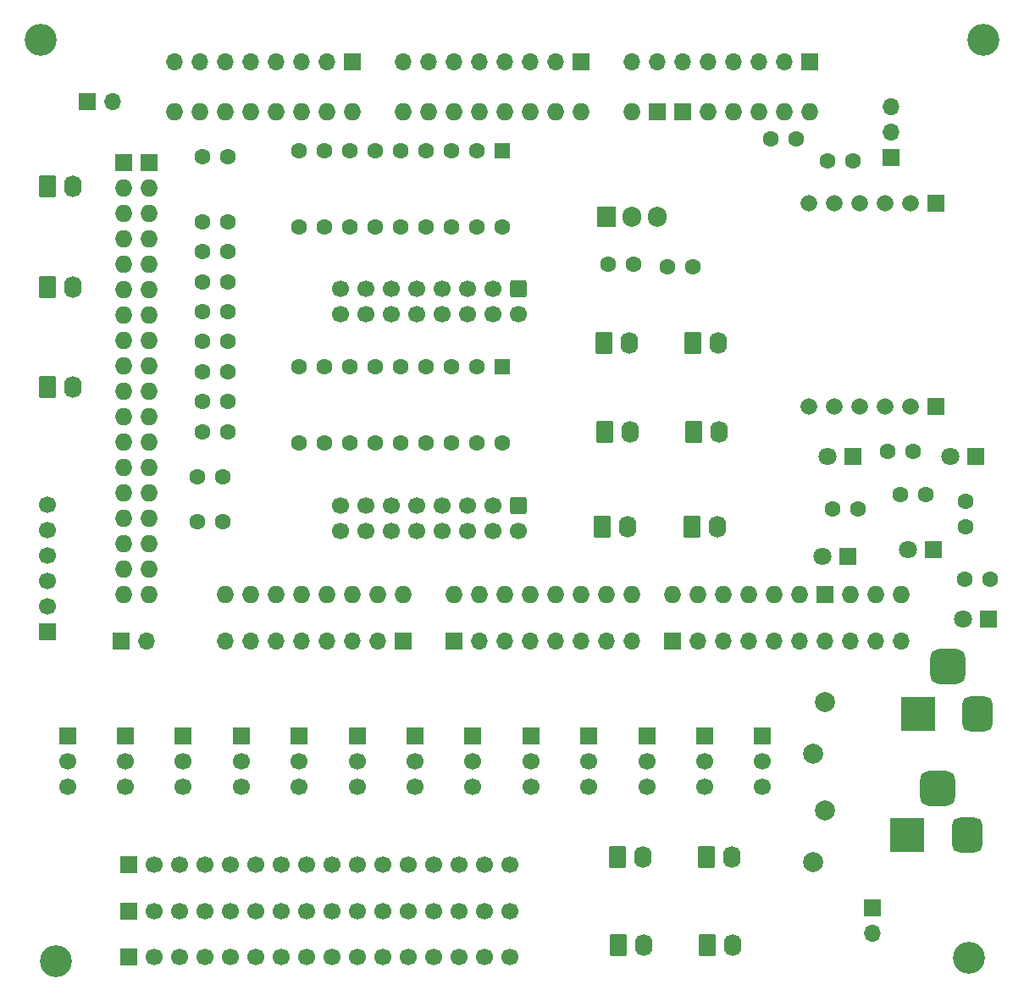
<source format=gbr>
G04 #@! TF.GenerationSoftware,KiCad,Pcbnew,9.0.4*
G04 #@! TF.CreationDate,2025-12-12T10:17:16+10:00*
G04 #@! TF.ProjectId,Jet Ranger Front Panel Servo,4a657420-5261-46e6-9765-722046726f6e,rev?*
G04 #@! TF.SameCoordinates,Original*
G04 #@! TF.FileFunction,Soldermask,Bot*
G04 #@! TF.FilePolarity,Negative*
%FSLAX46Y46*%
G04 Gerber Fmt 4.6, Leading zero omitted, Abs format (unit mm)*
G04 Created by KiCad (PCBNEW 9.0.4) date 2025-12-12 10:17:16*
%MOMM*%
%LPD*%
G01*
G04 APERTURE LIST*
G04 Aperture macros list*
%AMRoundRect*
0 Rectangle with rounded corners*
0 $1 Rounding radius*
0 $2 $3 $4 $5 $6 $7 $8 $9 X,Y pos of 4 corners*
0 Add a 4 corners polygon primitive as box body*
4,1,4,$2,$3,$4,$5,$6,$7,$8,$9,$2,$3,0*
0 Add four circle primitives for the rounded corners*
1,1,$1+$1,$2,$3*
1,1,$1+$1,$4,$5*
1,1,$1+$1,$6,$7*
1,1,$1+$1,$8,$9*
0 Add four rect primitives between the rounded corners*
20,1,$1+$1,$2,$3,$4,$5,0*
20,1,$1+$1,$4,$5,$6,$7,0*
20,1,$1+$1,$6,$7,$8,$9,0*
20,1,$1+$1,$8,$9,$2,$3,0*%
G04 Aperture macros list end*
%ADD10C,2.010000*%
%ADD11R,1.700000X1.700000*%
%ADD12C,1.700000*%
%ADD13C,3.200000*%
%ADD14RoundRect,0.250000X-0.620000X-0.845000X0.620000X-0.845000X0.620000X0.845000X-0.620000X0.845000X0*%
%ADD15O,1.740000X2.190000*%
%ADD16C,1.600000*%
%ADD17O,1.700000X1.700000*%
%ADD18R,1.800000X1.800000*%
%ADD19C,1.800000*%
%ADD20R,3.500000X3.500000*%
%ADD21RoundRect,0.750000X0.750000X1.000000X-0.750000X1.000000X-0.750000X-1.000000X0.750000X-1.000000X0*%
%ADD22RoundRect,0.875000X0.875000X0.875000X-0.875000X0.875000X-0.875000X-0.875000X0.875000X-0.875000X0*%
%ADD23RoundRect,0.250000X-0.550000X0.550000X-0.550000X-0.550000X0.550000X-0.550000X0.550000X0.550000X0*%
%ADD24RoundRect,0.250000X-0.600000X0.600000X-0.600000X-0.600000X0.600000X-0.600000X0.600000X0.600000X0*%
%ADD25R,1.905000X2.000000*%
%ADD26O,1.905000X2.000000*%
%ADD27R,1.665000X1.665000*%
%ADD28C,1.665000*%
%ADD29O,1.727200X1.727200*%
%ADD30R,1.727200X1.727200*%
G04 APERTURE END LIST*
D10*
X110750000Y-105050000D03*
X109550000Y-110150000D03*
D11*
X40791700Y-108420000D03*
D12*
X40791700Y-110960000D03*
X40791700Y-113500000D03*
D13*
X126589800Y-38832100D03*
D14*
X98950000Y-129350000D03*
D15*
X101490000Y-129350000D03*
D16*
X50500000Y-82500000D03*
X47960000Y-82500000D03*
D14*
X89960000Y-120500000D03*
D15*
X92500000Y-120500000D03*
D11*
X63500000Y-41046400D03*
D17*
X60960000Y-41046400D03*
X58420000Y-41046400D03*
X55880000Y-41046400D03*
X53340000Y-41046400D03*
X50800000Y-41046400D03*
X48260000Y-41046400D03*
X45720000Y-41046400D03*
D11*
X117298000Y-50550000D03*
D17*
X117298000Y-48010000D03*
X117298000Y-45470000D03*
D11*
X86360000Y-41046400D03*
D17*
X83820000Y-41046400D03*
X81280000Y-41046400D03*
X78740000Y-41046400D03*
X76200000Y-41046400D03*
X73660000Y-41046400D03*
X71120000Y-41046400D03*
X68580000Y-41046400D03*
D16*
X51040000Y-72000000D03*
X48500000Y-72000000D03*
D18*
X113540000Y-80500000D03*
D19*
X111000000Y-80500000D03*
D11*
X52375000Y-108420000D03*
D12*
X52375000Y-110960000D03*
X52375000Y-113500000D03*
D11*
X69750000Y-108420000D03*
D12*
X69750000Y-110960000D03*
X69750000Y-113500000D03*
D16*
X118250000Y-84250000D03*
X120790000Y-84250000D03*
X51040000Y-66000000D03*
X48500000Y-66000000D03*
X124750000Y-87500000D03*
X124750000Y-84960000D03*
D13*
X32300000Y-38800000D03*
D11*
X37000000Y-45000000D03*
D17*
X39540000Y-45000000D03*
D20*
X118949000Y-118350000D03*
D21*
X124949000Y-118350000D03*
D22*
X121949000Y-113650000D03*
D11*
X75541700Y-108420000D03*
D12*
X75541700Y-110960000D03*
X75541700Y-113500000D03*
D13*
X125101000Y-130612200D03*
D18*
X127040000Y-96750000D03*
D19*
X124500000Y-96750000D03*
D11*
X92916700Y-108420000D03*
D12*
X92916700Y-110960000D03*
X92916700Y-113500000D03*
D18*
X125770000Y-80500000D03*
D19*
X123230000Y-80500000D03*
D10*
X109500000Y-121000000D03*
X110700000Y-115900000D03*
D11*
X33000000Y-98000000D03*
D12*
X33000000Y-95460000D03*
X33000000Y-92920000D03*
X33000000Y-90380000D03*
X33000000Y-87840000D03*
X33000000Y-85300000D03*
D23*
X78500000Y-49868300D03*
D16*
X75960000Y-49868300D03*
X73420000Y-49868300D03*
X70880000Y-49868300D03*
X68340000Y-49868300D03*
X65800000Y-49868300D03*
X63260000Y-49868300D03*
X60720000Y-49868300D03*
X58180000Y-49868300D03*
X58180000Y-57488300D03*
X60720000Y-57488300D03*
X63260000Y-57488300D03*
X65800000Y-57488300D03*
X68340000Y-57488300D03*
X70880000Y-57488300D03*
X73420000Y-57488300D03*
X75960000Y-57488300D03*
X78500000Y-57488300D03*
X51040000Y-69000000D03*
X48500000Y-69000000D03*
X51000000Y-75000000D03*
X48460000Y-75000000D03*
X124710000Y-92750000D03*
X127250000Y-92750000D03*
D14*
X33000000Y-63500000D03*
D15*
X35540000Y-63500000D03*
D16*
X117000000Y-80000000D03*
X119540000Y-80000000D03*
D11*
X68580000Y-98958400D03*
D17*
X66040000Y-98958400D03*
X63500000Y-98958400D03*
X60960000Y-98958400D03*
X58420000Y-98958400D03*
X55880000Y-98958400D03*
X53340000Y-98958400D03*
X50800000Y-98958400D03*
D16*
X51000000Y-50500000D03*
X48460000Y-50500000D03*
D24*
X80040000Y-63736700D03*
D12*
X80040000Y-66276700D03*
X77500000Y-63736700D03*
X77500000Y-66276700D03*
X74960000Y-63736700D03*
X74960000Y-66276700D03*
X72420000Y-63736700D03*
X72420000Y-66276700D03*
X69880000Y-63736700D03*
X69880000Y-66276700D03*
X67340000Y-63736700D03*
X67340000Y-66276700D03*
X64800000Y-63736700D03*
X64800000Y-66276700D03*
X62260000Y-63736700D03*
X62260000Y-66276700D03*
D16*
X94960000Y-61500000D03*
X97500000Y-61500000D03*
D14*
X98850000Y-120500000D03*
D15*
X101390000Y-120500000D03*
D25*
X88920000Y-56500000D03*
D26*
X91460000Y-56500000D03*
X94000000Y-56500000D03*
D13*
X33851800Y-130929500D03*
D27*
X121809000Y-55183300D03*
D28*
X119269000Y-55183300D03*
X116729000Y-55183300D03*
X114189000Y-55183300D03*
X111649000Y-55183300D03*
X109109000Y-55183300D03*
D27*
X121809000Y-75503300D03*
D28*
X119269000Y-75503300D03*
X116729000Y-75503300D03*
X114189000Y-75503300D03*
X111649000Y-75503300D03*
X109109000Y-75503300D03*
D18*
X113040000Y-90500000D03*
D19*
X110500000Y-90500000D03*
D16*
X111455000Y-85750000D03*
X113995000Y-85750000D03*
D14*
X88653200Y-69135100D03*
D15*
X91193200Y-69135100D03*
D11*
X109220000Y-41046400D03*
D17*
X106680000Y-41046400D03*
X104140000Y-41046400D03*
X101600000Y-41046400D03*
X99060000Y-41046400D03*
X96520000Y-41046400D03*
X93980000Y-41046400D03*
X91440000Y-41046400D03*
D11*
X58166700Y-108420000D03*
D12*
X58166700Y-110960000D03*
X58166700Y-113500000D03*
D16*
X51040000Y-60000000D03*
X48500000Y-60000000D03*
D11*
X115450000Y-125560000D03*
D17*
X115450000Y-128100000D03*
D11*
X87125000Y-108420000D03*
D12*
X87125000Y-110960000D03*
X87125000Y-113500000D03*
D11*
X63958300Y-108420000D03*
D12*
X63958300Y-110960000D03*
X63958300Y-113500000D03*
D14*
X97543200Y-69135100D03*
D15*
X100083200Y-69135100D03*
D23*
X78500000Y-71500000D03*
D16*
X75960000Y-71500000D03*
X73420000Y-71500000D03*
X70880000Y-71500000D03*
X68340000Y-71500000D03*
X65800000Y-71500000D03*
X63260000Y-71500000D03*
X60720000Y-71500000D03*
X58180000Y-71500000D03*
X58180000Y-79120000D03*
X60720000Y-79120000D03*
X63260000Y-79120000D03*
X65800000Y-79120000D03*
X68340000Y-79120000D03*
X70880000Y-79120000D03*
X73420000Y-79120000D03*
X75960000Y-79120000D03*
X78500000Y-79120000D03*
D14*
X97643200Y-77985100D03*
D15*
X100183200Y-77985100D03*
D24*
X80040000Y-85368300D03*
D12*
X80040000Y-87908300D03*
X77500000Y-85368300D03*
X77500000Y-87908300D03*
X74960000Y-85368300D03*
X74960000Y-87908300D03*
X72420000Y-85368300D03*
X72420000Y-87908300D03*
X69880000Y-85368300D03*
X69880000Y-87908300D03*
X67340000Y-85368300D03*
X67340000Y-87908300D03*
X64800000Y-85368300D03*
X64800000Y-87908300D03*
X62260000Y-85368300D03*
X62260000Y-87908300D03*
D14*
X97460000Y-87500000D03*
D15*
X100000000Y-87500000D03*
D16*
X110960000Y-50900000D03*
X113500000Y-50900000D03*
D14*
X33000000Y-73500000D03*
D15*
X35540000Y-73500000D03*
D16*
X51040000Y-63000000D03*
X48500000Y-63000000D03*
X89037500Y-61212500D03*
X91577500Y-61212500D03*
D11*
X41140000Y-121320000D03*
D12*
X43680000Y-121320000D03*
X46220000Y-121320000D03*
X48760000Y-121320000D03*
X51300000Y-121320000D03*
X53840000Y-121320000D03*
X56380000Y-121320000D03*
X58920000Y-121320000D03*
X61460000Y-121320000D03*
X64000000Y-121320000D03*
X66540000Y-121320000D03*
X69080000Y-121320000D03*
X71620000Y-121320000D03*
X74160000Y-121320000D03*
X76700000Y-121320000D03*
X79240000Y-121320000D03*
D16*
X51000000Y-78000000D03*
X48460000Y-78000000D03*
X105350000Y-48750000D03*
X107890000Y-48750000D03*
D11*
X35000000Y-108420000D03*
D12*
X35000000Y-110960000D03*
X35000000Y-113500000D03*
D11*
X41140000Y-130500000D03*
D12*
X43680000Y-130500000D03*
X46220000Y-130500000D03*
X48760000Y-130500000D03*
X51300000Y-130500000D03*
X53840000Y-130500000D03*
X56380000Y-130500000D03*
X58920000Y-130500000D03*
X61460000Y-130500000D03*
X64000000Y-130500000D03*
X66540000Y-130500000D03*
X69080000Y-130500000D03*
X71620000Y-130500000D03*
X74160000Y-130500000D03*
X76700000Y-130500000D03*
X79240000Y-130500000D03*
D11*
X81333300Y-108420000D03*
D12*
X81333300Y-110960000D03*
X81333300Y-113500000D03*
D14*
X33000000Y-53500000D03*
D15*
X35540000Y-53500000D03*
D18*
X121540000Y-89750000D03*
D19*
X119000000Y-89750000D03*
D11*
X98708300Y-108420000D03*
D12*
X98708300Y-110960000D03*
X98708300Y-113500000D03*
D11*
X46583300Y-108420000D03*
D12*
X46583300Y-110960000D03*
X46583300Y-113500000D03*
D14*
X88460000Y-87500000D03*
D15*
X91000000Y-87500000D03*
D20*
X120000000Y-106207500D03*
D21*
X126000000Y-106207500D03*
D22*
X123000000Y-101507500D03*
D14*
X88753200Y-77985100D03*
D15*
X91293200Y-77985100D03*
D11*
X95504000Y-98958400D03*
D17*
X98044000Y-98958400D03*
X100584000Y-98958400D03*
X103124000Y-98958400D03*
X105664000Y-98958400D03*
X108204000Y-98958400D03*
X110744000Y-98958400D03*
X113284000Y-98958400D03*
X115824000Y-98958400D03*
X118364000Y-98958400D03*
D11*
X104500000Y-108420000D03*
D12*
X104500000Y-110960000D03*
X104500000Y-113500000D03*
D16*
X51000000Y-57000000D03*
X48460000Y-57000000D03*
D11*
X40411400Y-98933000D03*
D17*
X42951400Y-98933000D03*
D14*
X90060000Y-129350000D03*
D15*
X92600000Y-129350000D03*
D11*
X73660000Y-98958400D03*
D17*
X76200000Y-98958400D03*
X78740000Y-98958400D03*
X81280000Y-98958400D03*
X83820000Y-98958400D03*
X86360000Y-98958400D03*
X88900000Y-98958400D03*
X91440000Y-98958400D03*
D29*
X109205000Y-46039300D03*
X101585000Y-46039300D03*
X99045000Y-46039300D03*
X43165000Y-94299300D03*
X40625000Y-94299300D03*
X86345000Y-46039300D03*
X83805000Y-46039300D03*
X81265000Y-46039300D03*
X78725000Y-46039300D03*
X76185000Y-46039300D03*
X73645000Y-46039300D03*
X71105000Y-46039300D03*
X68565000Y-46039300D03*
X63485000Y-46039300D03*
X60945000Y-46039300D03*
X58405000Y-46039300D03*
X55865000Y-46039300D03*
X53325000Y-46039300D03*
X50785000Y-46039300D03*
X48245000Y-46039300D03*
X45705000Y-46039300D03*
X113269000Y-94299300D03*
X73645000Y-94299300D03*
X76185000Y-94299300D03*
X78725000Y-94299300D03*
X81265000Y-94299300D03*
X83805000Y-94299300D03*
X86345000Y-94299300D03*
X88885000Y-94299300D03*
X91425000Y-94299300D03*
X95489000Y-94299300D03*
X98029000Y-94299300D03*
X100569000Y-94299300D03*
X103109000Y-94299300D03*
X105649000Y-94299300D03*
X108189000Y-94299300D03*
X68565000Y-94299300D03*
X66025000Y-94299300D03*
X63485000Y-94299300D03*
X60945000Y-94299300D03*
X58405000Y-94299300D03*
X55865000Y-94299300D03*
X53325000Y-94299300D03*
X50785000Y-94299300D03*
X43165000Y-91759300D03*
X40625000Y-91759300D03*
X43165000Y-89219300D03*
X40625000Y-89219300D03*
X43165000Y-86679300D03*
X40625000Y-86679300D03*
X43165000Y-84139300D03*
X40625000Y-84139300D03*
X43165000Y-81599300D03*
X40625000Y-81599300D03*
X43165000Y-79059300D03*
X40625000Y-79059300D03*
X43165000Y-76519300D03*
X40625000Y-76519300D03*
X43165000Y-73979300D03*
X40625000Y-73979300D03*
X43165000Y-71439300D03*
X40625000Y-71439300D03*
X43165000Y-68899300D03*
X40625000Y-68899300D03*
X43165000Y-66359300D03*
X40625000Y-66359300D03*
X43165000Y-63819300D03*
X40625000Y-63819300D03*
X43165000Y-61279300D03*
X40625000Y-61279300D03*
X43165000Y-58739300D03*
X40625000Y-58739300D03*
X43165000Y-56199300D03*
X40625000Y-56199300D03*
X43165000Y-53659300D03*
X40625000Y-53659300D03*
D30*
X110729000Y-94299300D03*
X96505000Y-46039300D03*
X93965000Y-46039300D03*
X43165000Y-51119300D03*
X40625000Y-51119300D03*
D29*
X106665000Y-46039300D03*
X104125000Y-46039300D03*
X118349000Y-94299300D03*
X115809000Y-94299300D03*
X91425000Y-46039300D03*
D16*
X50500000Y-87000000D03*
X47960000Y-87000000D03*
D11*
X41140000Y-125910000D03*
D12*
X43680000Y-125910000D03*
X46220000Y-125910000D03*
X48760000Y-125910000D03*
X51300000Y-125910000D03*
X53840000Y-125910000D03*
X56380000Y-125910000D03*
X58920000Y-125910000D03*
X61460000Y-125910000D03*
X64000000Y-125910000D03*
X66540000Y-125910000D03*
X69080000Y-125910000D03*
X71620000Y-125910000D03*
X74160000Y-125910000D03*
X76700000Y-125910000D03*
X79240000Y-125910000D03*
M02*

</source>
